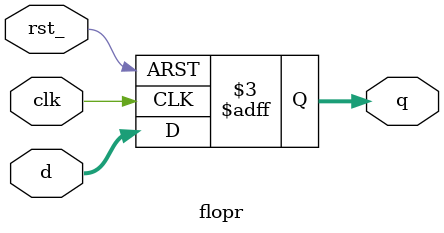
<source format=sv>
module flopr #(
    parameter WIDTH = 32  
)(
    input  logic clk,
    input  logic rst_,
    input  logic [WIDTH-1:0] d,
    output logic [WIDTH-1:0] q
);

    always_ff @(posedge clk or negedge rst_) begin
        if (!rst_)
            q <= {WIDTH{1'b0}};
        else
            q <= d;
    end
endmodule
</source>
